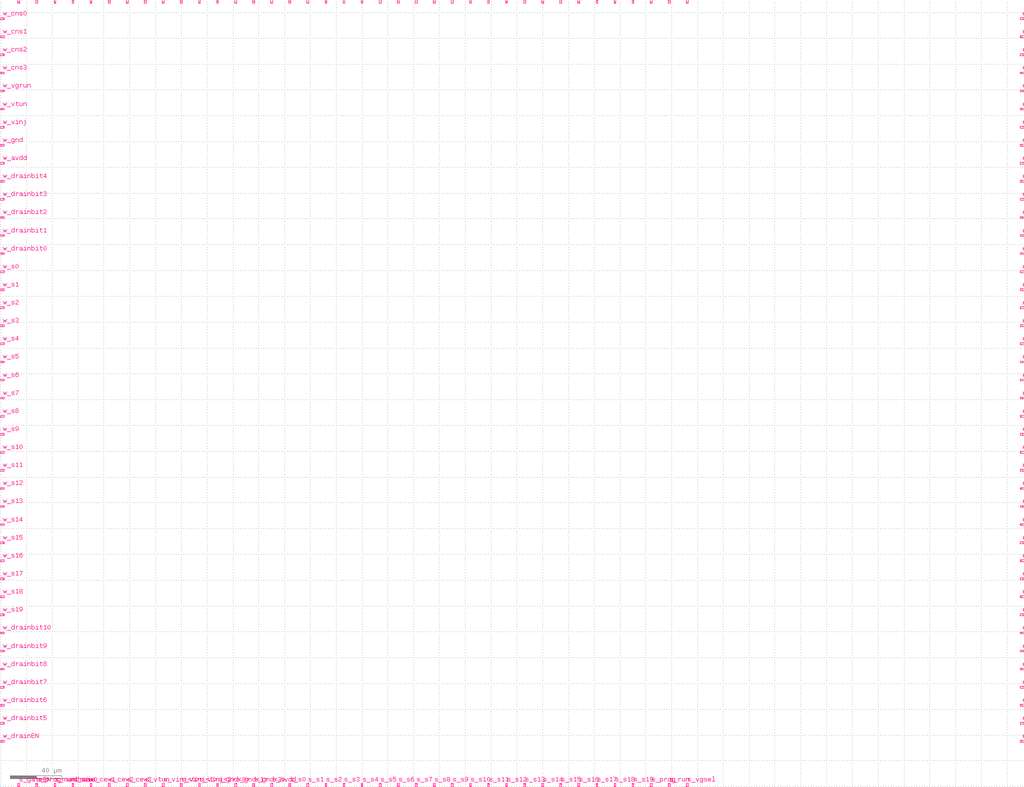
<source format=lef>
VERSION 5.5 ;
NAMESCASESENSITIVE ON ;
BUSBITCHARS "[]" ;
DIVIDERCHAR "/" ;

PROPERTYDEFINITIONS
  LAYER routingPitch REAL ;
END PROPERTYDEFINITIONS

UNITS
  DATABASE MICRONS 1000 ;
END UNITS
MANUFACTURINGGRID 0.01 ;
LAYER POLY1
  TYPE MASTERSLICE ;
END POLY1

LAYER CONT
  TYPE CUT ;
  SPACING 0.4 ;
END CONT

LAYER METAL1
  TYPE ROUTING ;
  DIRECTION HORIZONTAL ;
  PITCH 0 ;
  WIDTH 0.5 ;
  SPACING 0.45 ;
  PROPERTY routingPitch 1.25 ;
END METAL1

LAYER VIA12
  TYPE CUT ;
  SPACING 0.45 ;
END VIA12

LAYER METAL2
  TYPE ROUTING ;
  DIRECTION VERTICAL ;
  PITCH 0 ;
  WIDTH 0.6 ;
  SPACING 0.5 ;
  PROPERTY routingPitch 1.4 ;
END METAL2

LAYER VIA23
  TYPE CUT ;
  SPACING 0.45 ;
END VIA23

LAYER METAL3
  TYPE ROUTING ;
  DIRECTION HORIZONTAL ;
  PITCH 0 ;
  WIDTH 0.6 ;
  SPACING 0.5 ;
  PROPERTY routingPitch 1.25 ;
END METAL3

LAYER VIA34
  TYPE CUT ;
  SPACING 0.45 ;
END VIA34

LAYER METAL4
  TYPE ROUTING ;
  DIRECTION VERTICAL ;
  PITCH 0 ;
  WIDTH 0.6 ;
  SPACING 0.6 ;
  PROPERTY routingPitch 1.4 ;
END METAL4

LAYER OVERLAP
  TYPE OVERLAP ;
END OVERLAP

VIARULE M4_M3 GENERATE
  LAYER METAL3 ;
    ENCLOSURE 0.2 0.2 ;
  LAYER METAL4 ;
    ENCLOSURE 0.15 0.15 ;
  LAYER VIA34 ;
    RECT -0.25 -0.25 0.25 0.25 ;
    SPACING 1 BY 1 ;
END M4_M3

VIARULE M3_M2 GENERATE
  LAYER METAL2 ;
    ENCLOSURE 0.2 0.2 ;
  LAYER METAL3 ;
    ENCLOSURE 0.15 0.15 ;
  LAYER VIA23 ;
    RECT -0.25 -0.25 0.25 0.25 ;
    SPACING 1 BY 1 ;
END M3_M2

VIARULE M2_M1 GENERATE
  LAYER METAL1 ;
    ENCLOSURE 0.2 0.2 ;
  LAYER METAL2 ;
    ENCLOSURE 0.15 0.15 ;
  LAYER VIA12 ;
    RECT -0.25 -0.25 0.25 0.25 ;
    SPACING 1 BY 1 ;
END M2_M1

VIARULE M1_POLY1 GENERATE
  LAYER POLY1 ;
    ENCLOSURE 0.2 0.2 ;
  LAYER METAL1 ;
    ENCLOSURE 0.15 0.15 ;
  LAYER CONT ;
    RECT -0.2 -0.2 0.2 0.2 ;
    SPACING 1 BY 1 ;
END M1_POLY1

VIA M1_POLY1
  LAYER CONT ;
    RECT -0.2 -0.2 0.2 0.2 ;
  LAYER POLY1 ;
    RECT -0.4 -0.4 0.4 0.4 ;
  LAYER METAL1 ;
    RECT -0.35 -0.35 0.35 0.35 ;
END M1_POLY1

VIA M2_M1
  LAYER VIA12 ;
    RECT -0.25 -0.25 0.25 0.25 ;
  LAYER METAL2 ;
    RECT -0.4 -0.4 0.4 0.4 ;
  LAYER METAL1 ;
    RECT -0.45 -0.45 0.45 0.45 ;
END M2_M1

VIA M3_M2
  LAYER VIA23 ;
    RECT -0.25 -0.25 0.25 0.25 ;
  LAYER METAL3 ;
    RECT -0.4 -0.4 0.4 0.4 ;
  LAYER METAL2 ;
    RECT -0.45 -0.45 0.45 0.45 ;
END M3_M2

VIA M4_M3
  LAYER VIA34 ;
    RECT -0.25 -0.25 0.25 0.25 ;
  LAYER METAL4 ;
    RECT -0.4 -0.4 0.4 0.4 ;
  LAYER METAL3 ;
    RECT -0.45 -0.45 0.45 0.45 ;
END M4_M3


MACRO cab2
  PIN n_gateEN
    DIRECTION INOUT ;
    USE SIGNAL ;
    PORT
      LAYER METAL3 ;
        RECT 13.3 607.1 14.7 609.9 ;
    END
  END n_gateEN
  PIN n_programdrain
    DIRECTION INOUT ;
    USE SIGNAL ;
    PORT
      LAYER METAL3 ;
        RECT 27.3 607.1 28.7 609.9 ;
    END
  END n_programdrain
  PIN n_rundrain
    DIRECTION INOUT ;
    USE SIGNAL ;
    PORT
      LAYER METAL3 ;
        RECT 41.3 607.1 42.7 609.9 ;
    END
  END n_rundrain
  PIN n_cew0
    DIRECTION INOUT ;
    USE SIGNAL ;
    PORT
      LAYER METAL3 ;
        RECT 55.3 607.1 56.7 609.9 ;
    END
  END n_cew0
  PIN n_cew1
    DIRECTION INOUT ;
    USE SIGNAL ;
    PORT
      LAYER METAL3 ;
        RECT 69.3 607.1 70.7 609.9 ;
    END
  END n_cew1
  PIN n_cew2
    DIRECTION INOUT ;
    USE SIGNAL ;
    PORT
      LAYER METAL3 ;
        RECT 83.3 607.1 84.7 609.9 ;
    END
  END n_cew2
  PIN n_cew3
    DIRECTION INOUT ;
    USE SIGNAL ;
    PORT
      LAYER METAL3 ;
        RECT 97.3 607.1 98.7 609.9 ;
    END
  END n_cew3
  PIN n_vtun
    DIRECTION INOUT ;
    USE SIGNAL ;
    PORT
      LAYER METAL3 ;
        RECT 111.3 607.1 112.7 609.9 ;
    END
  END n_vtun
  PIN n_vinj<0>
    DIRECTION INOUT ;
    USE SIGNAL ;
    PORT
      LAYER METAL3 ;
        RECT 125.3 607.1 126.7 609.9 ;
    END
  END n_vinj<0>
  PIN n_vinj<1>
    DIRECTION INOUT ;
    USE SIGNAL ;
    PORT
      LAYER METAL3 ;
        RECT 139.3 607.1 140.7 609.9 ;
    END
  END n_vinj<1>
  PIN n_vinj<2>
    DIRECTION INOUT ;
    USE SIGNAL ;
    PORT
      LAYER METAL3 ;
        RECT 153.3 607.1 154.7 609.9 ;
    END
  END n_vinj<2>
  PIN n_gnd<0>
    DIRECTION INOUT ;
    USE SIGNAL ;
    PORT
      LAYER METAL3 ;
        RECT 167.3 607.1 168.7 609.9 ;
    END
  END n_gnd<0>
  PIN n_gnd<1>
    DIRECTION INOUT ;
    USE SIGNAL ;
    PORT
      LAYER METAL3 ;
        RECT 181.3 607.1 182.7 609.9 ;
    END
  END n_gnd<1>
  PIN n_gnd<2>
    DIRECTION INOUT ;
    USE SIGNAL ;
    PORT
      LAYER METAL3 ;
        RECT 195.3 607.1 196.7 609.9 ;
    END
  END n_gnd<2>
  PIN n_avdd
    DIRECTION INOUT ;
    USE SIGNAL ;
    PORT
      LAYER METAL3 ;
        RECT 209.3 607.1 210.7 609.9 ;
    END
  END n_avdd
  PIN n_s0
    DIRECTION INOUT ;
    USE SIGNAL ;
    PORT
      LAYER METAL3 ;
        RECT 223.3 607.1 224.7 609.9 ;
    END
  END n_s0
  PIN n_s1
    DIRECTION INOUT ;
    USE SIGNAL ;
    PORT
      LAYER METAL3 ;
        RECT 237.3 607.1 238.7 609.9 ;
    END
  END n_s1
  PIN n_s2
    DIRECTION INOUT ;
    USE SIGNAL ;
    PORT
      LAYER METAL3 ;
        RECT 251.3 607.1 252.7 609.9 ;
    END
  END n_s2
  PIN n_s3
    DIRECTION INOUT ;
    USE SIGNAL ;
    PORT
      LAYER METAL3 ;
        RECT 265.3 607.1 266.7 609.9 ;
    END
  END n_s3
  PIN n_s4
    DIRECTION INOUT ;
    USE SIGNAL ;
    PORT
      LAYER METAL3 ;
        RECT 279.3 607.1 280.7 609.9 ;
    END
  END n_s4
  PIN n_s5
    DIRECTION INOUT ;
    USE SIGNAL ;
    PORT
      LAYER METAL3 ;
        RECT 293.3 607.1 294.7 609.9 ;
    END
  END n_s5
  PIN n_s6
    DIRECTION INOUT ;
    USE SIGNAL ;
    PORT
      LAYER METAL3 ;
        RECT 307.3 607.1 308.7 609.9 ;
    END
  END n_s6
  PIN n_s7
    DIRECTION INOUT ;
    USE SIGNAL ;
    PORT
      LAYER METAL3 ;
        RECT 321.3 607.1 322.7 609.9 ;
    END
  END n_s7
  PIN n_s8
    DIRECTION INOUT ;
    USE SIGNAL ;
    PORT
      LAYER METAL3 ;
        RECT 335.3 607.1 336.7 609.9 ;
    END
  END n_s8
  PIN n_s9
    DIRECTION INOUT ;
    USE SIGNAL ;
    PORT
      LAYER METAL3 ;
        RECT 349.3 607.1 350.7 609.9 ;
    END
  END n_s9
  PIN n_s10
    DIRECTION INOUT ;
    USE SIGNAL ;
    PORT
      LAYER METAL3 ;
        RECT 363.3 607.1 364.7 609.9 ;
    END
  END n_s10
  PIN n_s11
    DIRECTION INOUT ;
    USE SIGNAL ;
    PORT
      LAYER METAL3 ;
        RECT 377.3 607.1 378.7 609.9 ;
    END
  END n_s11
  PIN n_s12
    DIRECTION INOUT ;
    USE SIGNAL ;
    PORT
      LAYER METAL3 ;
        RECT 391.3 607.1 392.7 609.9 ;
    END
  END n_s12
  PIN n_s13
    DIRECTION INOUT ;
    USE SIGNAL ;
    PORT
      LAYER METAL3 ;
        RECT 405.3 607.1 406.7 609.9 ;
    END
  END n_s13
  PIN n_s14
    DIRECTION INOUT ;
    USE SIGNAL ;
    PORT
      LAYER METAL3 ;
        RECT 419.3 607.1 420.7 609.9 ;
    END
  END n_s14
  PIN n_s15
    DIRECTION INOUT ;
    USE SIGNAL ;
    PORT
      LAYER METAL3 ;
        RECT 433.3 607.1 434.7 609.9 ;
    END
  END n_s15
  PIN n_s16
    DIRECTION INOUT ;
    USE SIGNAL ;
    PORT
      LAYER METAL3 ;
        RECT 447.3 607.1 448.7 609.9 ;
    END
  END n_s16
  PIN n_s17
    DIRECTION INOUT ;
    USE SIGNAL ;
    PORT
      LAYER METAL3 ;
        RECT 461.3 607.1 462.7 609.9 ;
    END
  END n_s17
  PIN n_s18
    DIRECTION INOUT ;
    USE SIGNAL ;
    PORT
      LAYER METAL3 ;
        RECT 475.3 607.1 476.7 609.9 ;
    END
  END n_s18
  PIN n_s19
    DIRECTION INOUT ;
    USE SIGNAL ;
    PORT
      LAYER METAL3 ;
        RECT 489.3 607.1 490.7 609.9 ;
    END
  END n_s19
  PIN n_prog
    DIRECTION INOUT ;
    USE SIGNAL ;
    PORT
      LAYER METAL3 ;
        RECT 503.3 607.1 504.7 609.9 ;
    END
  END n_prog
  PIN n_run
    DIRECTION INOUT ;
    USE SIGNAL ;
    PORT
      LAYER METAL3 ;
        RECT 517.3 607.1 518.7 609.9 ;
    END
  END n_run
  PIN n_vgsel
    DIRECTION INOUT ;
    USE SIGNAL ;
    PORT
      LAYER METAL3 ;
        RECT 531.3 607.1 532.7 609.9 ;
    END
  END n_vgsel
  PIN e_cns0
    DIRECTION INOUT ;
    USE SIGNAL ;
    PORT
      LAYER METAL3 ;
        RECT 790.27 594.5 793.07 595.9 ;
    END
  END e_cns0
  PIN e_cns1
    DIRECTION INOUT ;
    USE SIGNAL ;
    PORT
      LAYER METAL3 ;
        RECT 790.27 580.5 793.07 581.9 ;
    END
  END e_cns1
  PIN e_cns2
    DIRECTION INOUT ;
    USE SIGNAL ;
    PORT
      LAYER METAL3 ;
        RECT 790.27 566.5 793.07 567.9 ;
    END
  END e_cns2
  PIN e_cns3
    DIRECTION INOUT ;
    USE SIGNAL ;
    PORT
      LAYER METAL3 ;
        RECT 790.27 552.5 793.07 553.9 ;
    END
  END e_cns3
  PIN e_vgrun
    DIRECTION INOUT ;
    USE SIGNAL ;
    PORT
      LAYER METAL3 ;
        RECT 790.27 538.5 793.07 539.9 ;
    END
  END e_vgrun
  PIN e_vtun
    DIRECTION INOUT ;
    USE SIGNAL ;
    PORT
      LAYER METAL3 ;
        RECT 790.27 524.5 793.07 525.9 ;
    END
  END e_vtun
  PIN e_vinj
    DIRECTION INOUT ;
    USE SIGNAL ;
    PORT
      LAYER METAL3 ;
        RECT 790.27 510.5 793.07 511.9 ;
    END
  END e_vinj
  PIN e_gnd
    DIRECTION INOUT ;
    USE SIGNAL ;
    PORT
      LAYER METAL3 ;
        RECT 790.27 496.5 793.07 497.9 ;
    END
  END e_gnd
  PIN e_avdd
    DIRECTION INOUT ;
    USE SIGNAL ;
    PORT
      LAYER METAL3 ;
        RECT 790.27 482.5 793.07 483.9 ;
    END
  END e_avdd
  PIN e_drainbit4
    DIRECTION INOUT ;
    USE SIGNAL ;
    PORT
      LAYER METAL3 ;
        RECT 790.27 468.5 793.07 469.9 ;
    END
  END e_drainbit4
  PIN e_drainbit3
    DIRECTION INOUT ;
    USE SIGNAL ;
    PORT
      LAYER METAL3 ;
        RECT 790.27 454.5 793.07 455.9 ;
    END
  END e_drainbit3
  PIN e_drainbit2
    DIRECTION INOUT ;
    USE SIGNAL ;
    PORT
      LAYER METAL3 ;
        RECT 790.27 440.5 793.07 441.9 ;
    END
  END e_drainbit2
  PIN e_drainbit1
    DIRECTION INOUT ;
    USE SIGNAL ;
    PORT
      LAYER METAL3 ;
        RECT 790.27 426.5 793.07 427.9 ;
    END
  END e_drainbit1
  PIN e_drainbit0
    DIRECTION INOUT ;
    USE SIGNAL ;
    PORT
      LAYER METAL3 ;
        RECT 790.27 412.5 793.07 413.9 ;
    END
  END e_drainbit0
  PIN e_s0
    DIRECTION INOUT ;
    USE SIGNAL ;
    PORT
      LAYER METAL3 ;
        RECT 790.27 398.5 793.07 399.9 ;
    END
  END e_s0
  PIN e_s1
    DIRECTION INOUT ;
    USE SIGNAL ;
    PORT
      LAYER METAL3 ;
        RECT 790.27 384.5 793.07 385.9 ;
    END
  END e_s1
  PIN e_s2
    DIRECTION INOUT ;
    USE SIGNAL ;
    PORT
      LAYER METAL3 ;
        RECT 790.27 370.5 793.07 371.9 ;
    END
  END e_s2
  PIN e_s3
    DIRECTION INOUT ;
    USE SIGNAL ;
    PORT
      LAYER METAL3 ;
        RECT 790.27 356.5 793.07 357.9 ;
    END
  END e_s3
  PIN e_s4
    DIRECTION INOUT ;
    USE SIGNAL ;
    PORT
      LAYER METAL3 ;
        RECT 790.27 342.5 793.07 343.9 ;
    END
  END e_s4
  PIN e_s5
    DIRECTION INOUT ;
    USE SIGNAL ;
    PORT
      LAYER METAL3 ;
        RECT 790.27 328.5 793.07 329.9 ;
    END
  END e_s5
  PIN e_s6
    DIRECTION INOUT ;
    USE SIGNAL ;
    PORT
      LAYER METAL3 ;
        RECT 790.27 314.5 793.07 315.9 ;
    END
  END e_s6
  PIN e_s7
    DIRECTION INOUT ;
    USE SIGNAL ;
    PORT
      LAYER METAL3 ;
        RECT 790.27 300.5 793.07 301.9 ;
    END
  END e_s7
  PIN e_s8
    DIRECTION INOUT ;
    USE SIGNAL ;
    PORT
      LAYER METAL3 ;
        RECT 790.27 286.5 793.07 287.9 ;
    END
  END e_s8
  PIN e_s9
    DIRECTION INOUT ;
    USE SIGNAL ;
    PORT
      LAYER METAL3 ;
        RECT 790.27 272.5 793.07 273.9 ;
    END
  END e_s9
  PIN e_s10
    DIRECTION INOUT ;
    USE SIGNAL ;
    PORT
      LAYER METAL3 ;
        RECT 790.27 258.5 793.07 259.9 ;
    END
  END e_s10
  PIN e_s11
    DIRECTION INOUT ;
    USE SIGNAL ;
    PORT
      LAYER METAL3 ;
        RECT 790.27 244.5 793.07 245.9 ;
    END
  END e_s11
  PIN e_s12
    DIRECTION INOUT ;
    USE SIGNAL ;
    PORT
      LAYER METAL3 ;
        RECT 790.27 230.5 793.07 231.9 ;
    END
  END e_s12
  PIN e_s13
    DIRECTION INOUT ;
    USE SIGNAL ;
    PORT
      LAYER METAL3 ;
        RECT 790.27 216.5 793.07 217.9 ;
    END
  END e_s13
  PIN e_s14
    DIRECTION INOUT ;
    USE SIGNAL ;
    PORT
      LAYER METAL3 ;
        RECT 790.27 202.5 793.07 203.9 ;
    END
  END e_s14
  PIN e_s15
    DIRECTION INOUT ;
    USE SIGNAL ;
    PORT
      LAYER METAL3 ;
        RECT 790.27 188.5 793.07 189.9 ;
    END
  END e_s15
  PIN e_s16
    DIRECTION INOUT ;
    USE SIGNAL ;
    PORT
      LAYER METAL3 ;
        RECT 790.27 174.5 793.07 175.9 ;
    END
  END e_s16
  PIN e_s17
    DIRECTION INOUT ;
    USE SIGNAL ;
    PORT
      LAYER METAL3 ;
        RECT 790.27 160.5 793.07 161.9 ;
    END
  END e_s17
  PIN e_s18
    DIRECTION INOUT ;
    USE SIGNAL ;
    PORT
      LAYER METAL3 ;
        RECT 790.27 146.5 793.07 147.9 ;
    END
  END e_s18
  PIN e_s19
    DIRECTION INOUT ;
    USE SIGNAL ;
    PORT
      LAYER METAL3 ;
        RECT 790.27 132.5 793.07 133.9 ;
    END
  END e_s19
  PIN e_drainbit10
    DIRECTION INOUT ;
    USE SIGNAL ;
    PORT
      LAYER METAL3 ;
        RECT 790.27 118.5 793.07 119.9 ;
    END
  END e_drainbit10
  PIN e_drainbit9
    DIRECTION INOUT ;
    USE SIGNAL ;
    PORT
      LAYER METAL3 ;
        RECT 790.27 104.5 793.07 105.9 ;
    END
  END e_drainbit9
  PIN e_drainbit8
    DIRECTION INOUT ;
    USE SIGNAL ;
    PORT
      LAYER METAL3 ;
        RECT 790.27 90.5 793.07 91.9 ;
    END
  END e_drainbit8
  PIN e_drainbit7
    DIRECTION INOUT ;
    USE SIGNAL ;
    PORT
      LAYER METAL3 ;
        RECT 790.27 76.5 793.07 77.9 ;
    END
  END e_drainbit7
  PIN e_drainbit6
    DIRECTION INOUT ;
    USE SIGNAL ;
    PORT
      LAYER METAL3 ;
        RECT 790.27 62.5 793.07 63.9 ;
    END
  END e_drainbit6
  PIN e_drainbit5
    DIRECTION INOUT ;
    USE SIGNAL ;
    PORT
      LAYER METAL3 ;
        RECT 790.27 48.5 793.07 49.9 ;
    END
  END e_drainbit5
  PIN e_drainEN
    DIRECTION INOUT ;
    USE SIGNAL ;
    PORT
      LAYER METAL3 ;
        RECT 790.27 34.5 793.07 35.9 ;
    END
  END e_drainEN
  PIN s_gateEN
    DIRECTION INOUT ;
    USE SIGNAL ;
    PORT
      LAYER METAL3 ;
        RECT 13.3 0.0 14.7 2.8 ;
    END
  END s_gateEN
  PIN s_programdrain
    DIRECTION INOUT ;
    USE SIGNAL ;
    PORT
      LAYER METAL3 ;
        RECT 27.3 0.0 28.7 2.8 ;
    END
  END s_programdrain
  PIN s_rundrain
    DIRECTION INOUT ;
    USE SIGNAL ;
    PORT
      LAYER METAL3 ;
        RECT 41.3 0.0 42.7 2.8 ;
    END
  END s_rundrain
  PIN s_cew0
    DIRECTION INOUT ;
    USE SIGNAL ;
    PORT
      LAYER METAL3 ;
        RECT 55.3 0.0 56.7 2.8 ;
    END
  END s_cew0
  PIN s_cew1
    DIRECTION INOUT ;
    USE SIGNAL ;
    PORT
      LAYER METAL3 ;
        RECT 69.3 0.0 70.7 2.8 ;
    END
  END s_cew1
  PIN s_cew2
    DIRECTION INOUT ;
    USE SIGNAL ;
    PORT
      LAYER METAL3 ;
        RECT 83.3 0.0 84.7 2.8 ;
    END
  END s_cew2
  PIN s_cew3
    DIRECTION INOUT ;
    USE SIGNAL ;
    PORT
      LAYER METAL3 ;
        RECT 97.3 0.0 98.7 2.8 ;
    END
  END s_cew3
  PIN s_vtun
    DIRECTION INOUT ;
    USE SIGNAL ;
    PORT
      LAYER METAL3 ;
        RECT 111.3 0.0 112.7 2.8 ;
    END
  END s_vtun
  PIN s_vinj<0>
    DIRECTION INOUT ;
    USE SIGNAL ;
    PORT
      LAYER METAL3 ;
        RECT 125.3 0.0 126.7 2.8 ;
    END
  END s_vinj<0>
  PIN s_vinj<1>
    DIRECTION INOUT ;
    USE SIGNAL ;
    PORT
      LAYER METAL3 ;
        RECT 139.3 0.0 140.7 2.8 ;
    END
  END s_vinj<1>
  PIN s_vinj<2>
    DIRECTION INOUT ;
    USE SIGNAL ;
    PORT
      LAYER METAL3 ;
        RECT 153.3 0.0 154.7 2.8 ;
    END
  END s_vinj<2>
  PIN s_gnd<0>
    DIRECTION INOUT ;
    USE SIGNAL ;
    PORT
      LAYER METAL3 ;
        RECT 167.3 0.0 168.7 2.8 ;
    END
  END s_gnd<0>
  PIN s_gnd<1>
    DIRECTION INOUT ;
    USE SIGNAL ;
    PORT
      LAYER METAL3 ;
        RECT 181.3 0.0 182.7 2.8 ;
    END
  END s_gnd<1>
  PIN s_gnd<2>
    DIRECTION INOUT ;
    USE SIGNAL ;
    PORT
      LAYER METAL3 ;
        RECT 195.3 0.0 196.7 2.8 ;
    END
  END s_gnd<2>
  PIN s_avdd
    DIRECTION INOUT ;
    USE SIGNAL ;
    PORT
      LAYER METAL3 ;
        RECT 209.3 0.0 210.7 2.8 ;
    END
  END s_avdd
  PIN s_s0
    DIRECTION INOUT ;
    USE SIGNAL ;
    PORT
      LAYER METAL3 ;
        RECT 223.3 0.0 224.7 2.8 ;
    END
  END s_s0
  PIN s_s1
    DIRECTION INOUT ;
    USE SIGNAL ;
    PORT
      LAYER METAL3 ;
        RECT 237.3 0.0 238.7 2.8 ;
    END
  END s_s1
  PIN s_s2
    DIRECTION INOUT ;
    USE SIGNAL ;
    PORT
      LAYER METAL3 ;
        RECT 251.3 0.0 252.7 2.8 ;
    END
  END s_s2
  PIN s_s3
    DIRECTION INOUT ;
    USE SIGNAL ;
    PORT
      LAYER METAL3 ;
        RECT 265.3 0.0 266.7 2.8 ;
    END
  END s_s3
  PIN s_s4
    DIRECTION INOUT ;
    USE SIGNAL ;
    PORT
      LAYER METAL3 ;
        RECT 279.3 0.0 280.7 2.8 ;
    END
  END s_s4
  PIN s_s5
    DIRECTION INOUT ;
    USE SIGNAL ;
    PORT
      LAYER METAL3 ;
        RECT 293.3 0.0 294.7 2.8 ;
    END
  END s_s5
  PIN s_s6
    DIRECTION INOUT ;
    USE SIGNAL ;
    PORT
      LAYER METAL3 ;
        RECT 307.3 0.0 308.7 2.8 ;
    END
  END s_s6
  PIN s_s7
    DIRECTION INOUT ;
    USE SIGNAL ;
    PORT
      LAYER METAL3 ;
        RECT 321.3 0.0 322.7 2.8 ;
    END
  END s_s7
  PIN s_s8
    DIRECTION INOUT ;
    USE SIGNAL ;
    PORT
      LAYER METAL3 ;
        RECT 335.3 0.0 336.7 2.8 ;
    END
  END s_s8
  PIN s_s9
    DIRECTION INOUT ;
    USE SIGNAL ;
    PORT
      LAYER METAL3 ;
        RECT 349.3 0.0 350.7 2.8 ;
    END
  END s_s9
  PIN s_s10
    DIRECTION INOUT ;
    USE SIGNAL ;
    PORT
      LAYER METAL3 ;
        RECT 363.3 0.0 364.7 2.8 ;
    END
  END s_s10
  PIN s_s11
    DIRECTION INOUT ;
    USE SIGNAL ;
    PORT
      LAYER METAL3 ;
        RECT 377.3 0.0 378.7 2.8 ;
    END
  END s_s11
  PIN s_s12
    DIRECTION INOUT ;
    USE SIGNAL ;
    PORT
      LAYER METAL3 ;
        RECT 391.3 0.0 392.7 2.8 ;
    END
  END s_s12
  PIN s_s13
    DIRECTION INOUT ;
    USE SIGNAL ;
    PORT
      LAYER METAL3 ;
        RECT 405.3 0.0 406.7 2.8 ;
    END
  END s_s13
  PIN s_s14
    DIRECTION INOUT ;
    USE SIGNAL ;
    PORT
      LAYER METAL3 ;
        RECT 419.3 0.0 420.7 2.8 ;
    END
  END s_s14
  PIN s_s15
    DIRECTION INOUT ;
    USE SIGNAL ;
    PORT
      LAYER METAL3 ;
        RECT 433.3 0.0 434.7 2.8 ;
    END
  END s_s15
  PIN s_s16
    DIRECTION INOUT ;
    USE SIGNAL ;
    PORT
      LAYER METAL3 ;
        RECT 447.3 0.0 448.7 2.8 ;
    END
  END s_s16
  PIN s_s17
    DIRECTION INOUT ;
    USE SIGNAL ;
    PORT
      LAYER METAL3 ;
        RECT 461.3 0.0 462.7 2.8 ;
    END
  END s_s17
  PIN s_s18
    DIRECTION INOUT ;
    USE SIGNAL ;
    PORT
      LAYER METAL3 ;
        RECT 475.3 0.0 476.7 2.8 ;
    END
  END s_s18
  PIN s_s19
    DIRECTION INOUT ;
    USE SIGNAL ;
    PORT
      LAYER METAL3 ;
        RECT 489.3 0.0 490.7 2.8 ;
    END
  END s_s19
  PIN s_prog
    DIRECTION INOUT ;
    USE SIGNAL ;
    PORT
      LAYER METAL3 ;
        RECT 503.3 0.0 504.7 2.8 ;
    END
  END s_prog
  PIN s_run
    DIRECTION INOUT ;
    USE SIGNAL ;
    PORT
      LAYER METAL3 ;
        RECT 517.3 0.0 518.7 2.8 ;
    END
  END s_run
  PIN s_vgsel
    DIRECTION INOUT ;
    USE SIGNAL ;
    PORT
      LAYER METAL3 ;
        RECT 531.3 0.0 532.7 2.8 ;
    END
  END s_vgsel
  PIN w_cns0
    DIRECTION INOUT ;
    USE SIGNAL ;
    PORT
      LAYER METAL3 ;
        RECT 0.0 594.5 2.8 595.9 ;
    END
  END w_cns0
  PIN w_cns1
    DIRECTION INOUT ;
    USE SIGNAL ;
    PORT
      LAYER METAL3 ;
        RECT 0.0 580.5 2.8 581.9 ;
    END
  END w_cns1
  PIN w_cns2
    DIRECTION INOUT ;
    USE SIGNAL ;
    PORT
      LAYER METAL3 ;
        RECT 0.0 566.5 2.8 567.9 ;
    END
  END w_cns2
  PIN w_cns3
    DIRECTION INOUT ;
    USE SIGNAL ;
    PORT
      LAYER METAL3 ;
        RECT 0.0 552.5 2.8 553.9 ;
    END
  END w_cns3
  PIN w_vgrun
    DIRECTION INOUT ;
    USE SIGNAL ;
    PORT
      LAYER METAL3 ;
        RECT 0.0 538.5 2.8 539.9 ;
    END
  END w_vgrun
  PIN w_vtun
    DIRECTION INOUT ;
    USE SIGNAL ;
    PORT
      LAYER METAL3 ;
        RECT 0.0 524.5 2.8 525.9 ;
    END
  END w_vtun
  PIN w_vinj
    DIRECTION INOUT ;
    USE SIGNAL ;
    PORT
      LAYER METAL3 ;
        RECT 0.0 510.5 2.8 511.9 ;
    END
  END w_vinj
  PIN w_gnd
    DIRECTION INOUT ;
    USE SIGNAL ;
    PORT
      LAYER METAL3 ;
        RECT 0.0 496.5 2.8 497.9 ;
    END
  END w_gnd
  PIN w_avdd
    DIRECTION INOUT ;
    USE SIGNAL ;
    PORT
      LAYER METAL3 ;
        RECT 0.0 482.5 2.8 483.9 ;
    END
  END w_avdd
  PIN w_drainbit4
    DIRECTION INOUT ;
    USE SIGNAL ;
    PORT
      LAYER METAL3 ;
        RECT 0.0 468.5 2.8 469.9 ;
    END
  END w_drainbit4
  PIN w_drainbit3
    DIRECTION INOUT ;
    USE SIGNAL ;
    PORT
      LAYER METAL3 ;
        RECT 0.0 454.5 2.8 455.9 ;
    END
  END w_drainbit3
  PIN w_drainbit2
    DIRECTION INOUT ;
    USE SIGNAL ;
    PORT
      LAYER METAL3 ;
        RECT 0.0 440.5 2.8 441.9 ;
    END
  END w_drainbit2
  PIN w_drainbit1
    DIRECTION INOUT ;
    USE SIGNAL ;
    PORT
      LAYER METAL3 ;
        RECT 0.0 426.5 2.8 427.9 ;
    END
  END w_drainbit1
  PIN w_drainbit0
    DIRECTION INOUT ;
    USE SIGNAL ;
    PORT
      LAYER METAL3 ;
        RECT 0.0 412.5 2.8 413.9 ;
    END
  END w_drainbit0
  PIN w_s0
    DIRECTION INOUT ;
    USE SIGNAL ;
    PORT
      LAYER METAL3 ;
        RECT 0.0 398.5 2.8 399.9 ;
    END
  END w_s0
  PIN w_s1
    DIRECTION INOUT ;
    USE SIGNAL ;
    PORT
      LAYER METAL3 ;
        RECT 0.0 384.5 2.8 385.9 ;
    END
  END w_s1
  PIN w_s2
    DIRECTION INOUT ;
    USE SIGNAL ;
    PORT
      LAYER METAL3 ;
        RECT 0.0 370.5 2.8 371.9 ;
    END
  END w_s2
  PIN w_s3
    DIRECTION INOUT ;
    USE SIGNAL ;
    PORT
      LAYER METAL3 ;
        RECT 0.0 356.5 2.8 357.9 ;
    END
  END w_s3
  PIN w_s4
    DIRECTION INOUT ;
    USE SIGNAL ;
    PORT
      LAYER METAL3 ;
        RECT 0.0 342.5 2.8 343.9 ;
    END
  END w_s4
  PIN w_s5
    DIRECTION INOUT ;
    USE SIGNAL ;
    PORT
      LAYER METAL3 ;
        RECT 0.0 328.5 2.8 329.9 ;
    END
  END w_s5
  PIN w_s6
    DIRECTION INOUT ;
    USE SIGNAL ;
    PORT
      LAYER METAL3 ;
        RECT 0.0 314.5 2.8 315.9 ;
    END
  END w_s6
  PIN w_s7
    DIRECTION INOUT ;
    USE SIGNAL ;
    PORT
      LAYER METAL3 ;
        RECT 0.0 300.5 2.8 301.9 ;
    END
  END w_s7
  PIN w_s8
    DIRECTION INOUT ;
    USE SIGNAL ;
    PORT
      LAYER METAL3 ;
        RECT 0.0 286.5 2.8 287.9 ;
    END
  END w_s8
  PIN w_s9
    DIRECTION INOUT ;
    USE SIGNAL ;
    PORT
      LAYER METAL3 ;
        RECT 0.0 272.5 2.8 273.9 ;
    END
  END w_s9
  PIN w_s10
    DIRECTION INOUT ;
    USE SIGNAL ;
    PORT
      LAYER METAL3 ;
        RECT 0.0 258.5 2.8 259.9 ;
    END
  END w_s10
  PIN w_s11
    DIRECTION INOUT ;
    USE SIGNAL ;
    PORT
      LAYER METAL3 ;
        RECT 0.0 244.5 2.8 245.9 ;
    END
  END w_s11
  PIN w_s12
    DIRECTION INOUT ;
    USE SIGNAL ;
    PORT
      LAYER METAL3 ;
        RECT 0.0 230.5 2.8 231.9 ;
    END
  END w_s12
  PIN w_s13
    DIRECTION INOUT ;
    USE SIGNAL ;
    PORT
      LAYER METAL3 ;
        RECT 0.0 216.5 2.8 217.9 ;
    END
  END w_s13
  PIN w_s14
    DIRECTION INOUT ;
    USE SIGNAL ;
    PORT
      LAYER METAL3 ;
        RECT 0.0 202.5 2.8 203.9 ;
    END
  END w_s14
  PIN w_s15
    DIRECTION INOUT ;
    USE SIGNAL ;
    PORT
      LAYER METAL3 ;
        RECT 0.0 188.5 2.8 189.9 ;
    END
  END w_s15
  PIN w_s16
    DIRECTION INOUT ;
    USE SIGNAL ;
    PORT
      LAYER METAL3 ;
        RECT 0.0 174.5 2.8 175.9 ;
    END
  END w_s16
  PIN w_s17
    DIRECTION INOUT ;
    USE SIGNAL ;
    PORT
      LAYER METAL3 ;
        RECT 0.0 160.5 2.8 161.9 ;
    END
  END w_s17
  PIN w_s18
    DIRECTION INOUT ;
    USE SIGNAL ;
    PORT
      LAYER METAL3 ;
        RECT 0.0 146.5 2.8 147.9 ;
    END
  END w_s18
  PIN w_s19
    DIRECTION INOUT ;
    USE SIGNAL ;
    PORT
      LAYER METAL3 ;
        RECT 0.0 132.5 2.8 133.9 ;
    END
  END w_s19
  PIN w_drainbit10
    DIRECTION INOUT ;
    USE SIGNAL ;
    PORT
      LAYER METAL3 ;
        RECT 0.0 118.5 2.8 119.9 ;
    END
  END w_drainbit10
  PIN w_drainbit9
    DIRECTION INOUT ;
    USE SIGNAL ;
    PORT
      LAYER METAL3 ;
        RECT 0.0 104.5 2.8 105.9 ;
    END
  END w_drainbit9
  PIN w_drainbit8
    DIRECTION INOUT ;
    USE SIGNAL ;
    PORT
      LAYER METAL3 ;
        RECT 0.0 90.5 2.8 91.9 ;
    END
  END w_drainbit8
  PIN w_drainbit7
    DIRECTION INOUT ;
    USE SIGNAL ;
    PORT
      LAYER METAL3 ;
        RECT 0.0 76.5 2.8 77.9 ;
    END
  END w_drainbit7
  PIN w_drainbit6
    DIRECTION INOUT ;
    USE SIGNAL ;
    PORT
      LAYER METAL3 ;
        RECT 0.0 62.5 2.8 63.9 ;
    END
  END w_drainbit6
  PIN w_drainbit5
    DIRECTION INOUT ;
    USE SIGNAL ;
    PORT
      LAYER METAL3 ;
        RECT 0.0 48.5 2.8 49.9 ;
    END
  END w_drainbit5
  PIN w_drainEN
    DIRECTION INOUT ;
    USE SIGNAL ;
    PORT
      LAYER METAL3 ;
        RECT 0.0 34.5 2.8 35.9 ;
    END
  END w_drainEN
END cab2

MACRO cab1
  PIN n_gateEN
    DIRECTION INOUT ;
    USE SIGNAL ;
    PORT
      LAYER METAL3 ;
        RECT 13.3 607.09 14.7 609.89 ;
    END
  END n_gateEN
  PIN n_programdrain
    DIRECTION INOUT ;
    USE SIGNAL ;
    PORT
      LAYER METAL3 ;
        RECT 27.3 607.09 28.7 609.89 ;
    END
  END n_programdrain
  PIN n_rundrain
    DIRECTION INOUT ;
    USE SIGNAL ;
    PORT
      LAYER METAL3 ;
        RECT 41.3 607.09 42.7 609.89 ;
    END
  END n_rundrain
  PIN n_cew0
    DIRECTION INOUT ;
    USE SIGNAL ;
    PORT
      LAYER METAL3 ;
        RECT 55.3 607.09 56.7 609.89 ;
    END
  END n_cew0
  PIN n_cew1
    DIRECTION INOUT ;
    USE SIGNAL ;
    PORT
      LAYER METAL3 ;
        RECT 69.3 607.09 70.7 609.89 ;
    END
  END n_cew1
  PIN n_cew2
    DIRECTION INOUT ;
    USE SIGNAL ;
    PORT
      LAYER METAL3 ;
        RECT 83.3 607.09 84.7 609.89 ;
    END
  END n_cew2
  PIN n_cew3
    DIRECTION INOUT ;
    USE SIGNAL ;
    PORT
      LAYER METAL3 ;
        RECT 97.3 607.09 98.7 609.89 ;
    END
  END n_cew3
  PIN n_vtun
    DIRECTION INOUT ;
    USE SIGNAL ;
    PORT
      LAYER METAL3 ;
        RECT 111.3 607.09 112.7 609.89 ;
    END
  END n_vtun
  PIN n_vinj<0>
    DIRECTION INOUT ;
    USE SIGNAL ;
    PORT
      LAYER METAL3 ;
        RECT 125.3 607.09 126.7 609.89 ;
    END
  END n_vinj<0>
  PIN n_vinj<1>
    DIRECTION INOUT ;
    USE SIGNAL ;
    PORT
      LAYER METAL3 ;
        RECT 139.3 607.09 140.7 609.89 ;
    END
  END n_vinj<1>
  PIN n_vinj<2>
    DIRECTION INOUT ;
    USE SIGNAL ;
    PORT
      LAYER METAL3 ;
        RECT 153.3 607.09 154.7 609.89 ;
    END
  END n_vinj<2>
  PIN n_gnd<0>
    DIRECTION INOUT ;
    USE SIGNAL ;
    PORT
      LAYER METAL3 ;
        RECT 167.3 607.09 168.7 609.89 ;
    END
  END n_gnd<0>
  PIN n_gnd<1>
    DIRECTION INOUT ;
    USE SIGNAL ;
    PORT
      LAYER METAL3 ;
        RECT 181.3 607.09 182.7 609.89 ;
    END
  END n_gnd<1>
  PIN n_gnd<2>
    DIRECTION INOUT ;
    USE SIGNAL ;
    PORT
      LAYER METAL3 ;
        RECT 195.3 607.09 196.7 609.89 ;
    END
  END n_gnd<2>
  PIN n_avdd
    DIRECTION INOUT ;
    USE SIGNAL ;
    PORT
      LAYER METAL3 ;
        RECT 209.3 607.09 210.7 609.89 ;
    END
  END n_avdd
  PIN n_s0
    DIRECTION INOUT ;
    USE SIGNAL ;
    PORT
      LAYER METAL3 ;
        RECT 223.3 607.09 224.7 609.89 ;
    END
  END n_s0
  PIN n_s1
    DIRECTION INOUT ;
    USE SIGNAL ;
    PORT
      LAYER METAL3 ;
        RECT 237.3 607.09 238.7 609.89 ;
    END
  END n_s1
  PIN n_s2
    DIRECTION INOUT ;
    USE SIGNAL ;
    PORT
      LAYER METAL3 ;
        RECT 251.3 607.09 252.7 609.89 ;
    END
  END n_s2
  PIN n_s3
    DIRECTION INOUT ;
    USE SIGNAL ;
    PORT
      LAYER METAL3 ;
        RECT 265.3 607.09 266.7 609.89 ;
    END
  END n_s3
  PIN n_s4
    DIRECTION INOUT ;
    USE SIGNAL ;
    PORT
      LAYER METAL3 ;
        RECT 279.3 607.09 280.7 609.89 ;
    END
  END n_s4
  PIN n_s5
    DIRECTION INOUT ;
    USE SIGNAL ;
    PORT
      LAYER METAL3 ;
        RECT 293.3 607.09 294.7 609.89 ;
    END
  END n_s5
  PIN n_s6
    DIRECTION INOUT ;
    USE SIGNAL ;
    PORT
      LAYER METAL3 ;
        RECT 307.3 607.09 308.7 609.89 ;
    END
  END n_s6
  PIN n_s7
    DIRECTION INOUT ;
    USE SIGNAL ;
    PORT
      LAYER METAL3 ;
        RECT 321.3 607.09 322.7 609.89 ;
    END
  END n_s7
  PIN n_s8
    DIRECTION INOUT ;
    USE SIGNAL ;
    PORT
      LAYER METAL3 ;
        RECT 335.3 607.09 336.7 609.89 ;
    END
  END n_s8
  PIN n_s9
    DIRECTION INOUT ;
    USE SIGNAL ;
    PORT
      LAYER METAL3 ;
        RECT 349.3 607.09 350.7 609.89 ;
    END
  END n_s9
  PIN n_s10
    DIRECTION INOUT ;
    USE SIGNAL ;
    PORT
      LAYER METAL3 ;
        RECT 363.3 607.09 364.7 609.89 ;
    END
  END n_s10
  PIN n_s11
    DIRECTION INOUT ;
    USE SIGNAL ;
    PORT
      LAYER METAL3 ;
        RECT 377.3 607.09 378.7 609.89 ;
    END
  END n_s11
  PIN n_s12
    DIRECTION INOUT ;
    USE SIGNAL ;
    PORT
      LAYER METAL3 ;
        RECT 391.3 607.09 392.7 609.89 ;
    END
  END n_s12
  PIN n_s13
    DIRECTION INOUT ;
    USE SIGNAL ;
    PORT
      LAYER METAL3 ;
        RECT 405.3 607.09 406.7 609.89 ;
    END
  END n_s13
  PIN n_s14
    DIRECTION INOUT ;
    USE SIGNAL ;
    PORT
      LAYER METAL3 ;
        RECT 419.3 607.09 420.7 609.89 ;
    END
  END n_s14
  PIN n_s15
    DIRECTION INOUT ;
    USE SIGNAL ;
    PORT
      LAYER METAL3 ;
        RECT 433.3 607.09 434.7 609.89 ;
    END
  END n_s15
  PIN n_s16
    DIRECTION INOUT ;
    USE SIGNAL ;
    PORT
      LAYER METAL3 ;
        RECT 447.3 607.09 448.7 609.89 ;
    END
  END n_s16
  PIN n_s17
    DIRECTION INOUT ;
    USE SIGNAL ;
    PORT
      LAYER METAL3 ;
        RECT 461.3 607.09 462.7 609.89 ;
    END
  END n_s17
  PIN n_s18
    DIRECTION INOUT ;
    USE SIGNAL ;
    PORT
      LAYER METAL3 ;
        RECT 475.3 607.09 476.7 609.89 ;
    END
  END n_s18
  PIN n_s19
    DIRECTION INOUT ;
    USE SIGNAL ;
    PORT
      LAYER METAL3 ;
        RECT 489.3 607.09 490.7 609.89 ;
    END
  END n_s19
  PIN n_prog
    DIRECTION INOUT ;
    USE SIGNAL ;
    PORT
      LAYER METAL3 ;
        RECT 503.3 607.09 504.7 609.89 ;
    END
  END n_prog
  PIN n_run
    DIRECTION INOUT ;
    USE SIGNAL ;
    PORT
      LAYER METAL3 ;
        RECT 517.3 607.09 518.7 609.89 ;
    END
  END n_run
  PIN n_vgsel
    DIRECTION INOUT ;
    USE SIGNAL ;
    PORT
      LAYER METAL3 ;
        RECT 531.3 607.09 532.7 609.89 ;
    END
  END n_vgsel
  PIN e_cns0
    DIRECTION INOUT ;
    USE SIGNAL ;
    PORT
      LAYER METAL3 ;
        RECT 735.35 594.49 738.15 595.89 ;
    END
  END e_cns0
  PIN e_cns1
    DIRECTION INOUT ;
    USE SIGNAL ;
    PORT
      LAYER METAL3 ;
        RECT 735.35 580.49 738.15 581.89 ;
    END
  END e_cns1
  PIN e_cns2
    DIRECTION INOUT ;
    USE SIGNAL ;
    PORT
      LAYER METAL3 ;
        RECT 735.35 566.49 738.15 567.89 ;
    END
  END e_cns2
  PIN e_cns3
    DIRECTION INOUT ;
    USE SIGNAL ;
    PORT
      LAYER METAL3 ;
        RECT 735.35 552.49 738.15 553.89 ;
    END
  END e_cns3
  PIN e_vgrun
    DIRECTION INOUT ;
    USE SIGNAL ;
    PORT
      LAYER METAL3 ;
        RECT 735.35 538.49 738.15 539.89 ;
    END
  END e_vgrun
  PIN e_vtun
    DIRECTION INOUT ;
    USE SIGNAL ;
    PORT
      LAYER METAL3 ;
        RECT 735.35 524.49 738.15 525.89 ;
    END
  END e_vtun
  PIN e_vinj
    DIRECTION INOUT ;
    USE SIGNAL ;
    PORT
      LAYER METAL3 ;
        RECT 735.35 510.49 738.15 511.89 ;
    END
  END e_vinj
  PIN e_gnd
    DIRECTION INOUT ;
    USE SIGNAL ;
    PORT
      LAYER METAL3 ;
        RECT 735.35 496.49 738.15 497.89 ;
    END
  END e_gnd
  PIN e_avdd
    DIRECTION INOUT ;
    USE SIGNAL ;
    PORT
      LAYER METAL3 ;
        RECT 735.35 482.49 738.15 483.89 ;
    END
  END e_avdd
  PIN e_drainbit4
    DIRECTION INOUT ;
    USE SIGNAL ;
    PORT
      LAYER METAL3 ;
        RECT 735.35 468.49 738.15 469.89 ;
    END
  END e_drainbit4
  PIN e_drainbit3
    DIRECTION INOUT ;
    USE SIGNAL ;
    PORT
      LAYER METAL3 ;
        RECT 735.35 454.49 738.15 455.89 ;
    END
  END e_drainbit3
  PIN e_drainbit2
    DIRECTION INOUT ;
    USE SIGNAL ;
    PORT
      LAYER METAL3 ;
        RECT 735.35 440.49 738.15 441.89 ;
    END
  END e_drainbit2
  PIN e_drainbit1
    DIRECTION INOUT ;
    USE SIGNAL ;
    PORT
      LAYER METAL3 ;
        RECT 735.35 426.49 738.15 427.89 ;
    END
  END e_drainbit1
  PIN e_drainbit0
    DIRECTION INOUT ;
    USE SIGNAL ;
    PORT
      LAYER METAL3 ;
        RECT 735.35 412.49 738.15 413.89 ;
    END
  END e_drainbit0
  PIN e_s0
    DIRECTION INOUT ;
    USE SIGNAL ;
    PORT
      LAYER METAL3 ;
        RECT 735.35 398.49 738.15 399.89 ;
    END
  END e_s0
  PIN e_s1
    DIRECTION INOUT ;
    USE SIGNAL ;
    PORT
      LAYER METAL3 ;
        RECT 735.35 384.49 738.15 385.89 ;
    END
  END e_s1
  PIN e_s2
    DIRECTION INOUT ;
    USE SIGNAL ;
    PORT
      LAYER METAL3 ;
        RECT 735.35 370.49 738.15 371.89 ;
    END
  END e_s2
  PIN e_s3
    DIRECTION INOUT ;
    USE SIGNAL ;
    PORT
      LAYER METAL3 ;
        RECT 735.35 356.49 738.15 357.89 ;
    END
  END e_s3
  PIN e_s4
    DIRECTION INOUT ;
    USE SIGNAL ;
    PORT
      LAYER METAL3 ;
        RECT 735.35 342.49 738.15 343.89 ;
    END
  END e_s4
  PIN e_s5
    DIRECTION INOUT ;
    USE SIGNAL ;
    PORT
      LAYER METAL3 ;
        RECT 735.35 328.49 738.15 329.89 ;
    END
  END e_s5
  PIN e_s6
    DIRECTION INOUT ;
    USE SIGNAL ;
    PORT
      LAYER METAL3 ;
        RECT 735.35 314.49 738.15 315.89 ;
    END
  END e_s6
  PIN e_s7
    DIRECTION INOUT ;
    USE SIGNAL ;
    PORT
      LAYER METAL3 ;
        RECT 735.35 300.49 738.15 301.89 ;
    END
  END e_s7
  PIN e_s8
    DIRECTION INOUT ;
    USE SIGNAL ;
    PORT
      LAYER METAL3 ;
        RECT 735.35 286.49 738.15 287.89 ;
    END
  END e_s8
  PIN e_s9
    DIRECTION INOUT ;
    USE SIGNAL ;
    PORT
      LAYER METAL3 ;
        RECT 735.35 272.49 738.15 273.89 ;
    END
  END e_s9
  PIN e_s10
    DIRECTION INOUT ;
    USE SIGNAL ;
    PORT
      LAYER METAL3 ;
        RECT 735.35 258.49 738.15 259.89 ;
    END
  END e_s10
  PIN e_s11
    DIRECTION INOUT ;
    USE SIGNAL ;
    PORT
      LAYER METAL3 ;
        RECT 735.35 244.49 738.15 245.89 ;
    END
  END e_s11
  PIN e_s12
    DIRECTION INOUT ;
    USE SIGNAL ;
    PORT
      LAYER METAL3 ;
        RECT 735.35 230.49 738.15 231.89 ;
    END
  END e_s12
  PIN e_s13
    DIRECTION INOUT ;
    USE SIGNAL ;
    PORT
      LAYER METAL3 ;
        RECT 735.35 216.49 738.15 217.89 ;
    END
  END e_s13
  PIN e_s14
    DIRECTION INOUT ;
    USE SIGNAL ;
    PORT
      LAYER METAL3 ;
        RECT 735.35 202.49 738.15 203.89 ;
    END
  END e_s14
  PIN e_s15
    DIRECTION INOUT ;
    USE SIGNAL ;
    PORT
      LAYER METAL3 ;
        RECT 735.35 188.49 738.15 189.89 ;
    END
  END e_s15
  PIN e_s16
    DIRECTION INOUT ;
    USE SIGNAL ;
    PORT
      LAYER METAL3 ;
        RECT 735.35 174.49 738.15 175.89 ;
    END
  END e_s16
  PIN e_s17
    DIRECTION INOUT ;
    USE SIGNAL ;
    PORT
      LAYER METAL3 ;
        RECT 735.35 160.49 738.15 161.89 ;
    END
  END e_s17
  PIN e_s18
    DIRECTION INOUT ;
    USE SIGNAL ;
    PORT
      LAYER METAL3 ;
        RECT 735.35 146.49 738.15 147.89 ;
    END
  END e_s18
  PIN e_s19
    DIRECTION INOUT ;
    USE SIGNAL ;
    PORT
      LAYER METAL3 ;
        RECT 735.35 132.49 738.15 133.89 ;
    END
  END e_s19
  PIN e_drainbit9
    DIRECTION INOUT ;
    USE SIGNAL ;
    PORT
      LAYER METAL3 ;
        RECT 735.35 118.49 738.15 119.89 ;
    END
  END e_drainbit9
  PIN e_drainbit8
    DIRECTION INOUT ;
    USE SIGNAL ;
    PORT
      LAYER METAL3 ;
        RECT 735.35 104.49 738.15 105.89 ;
    END
  END e_drainbit8
  PIN e_drainbit7
    DIRECTION INOUT ;
    USE SIGNAL ;
    PORT
      LAYER METAL3 ;
        RECT 735.35 90.49 738.15 91.89 ;
    END
  END e_drainbit7
  PIN e_drainbit6
    DIRECTION INOUT ;
    USE SIGNAL ;
    PORT
      LAYER METAL3 ;
        RECT 735.35 76.49 738.15 77.89 ;
    END
  END e_drainbit6
  PIN e_drainbit5
    DIRECTION INOUT ;
    USE SIGNAL ;
    PORT
      LAYER METAL3 ;
        RECT 735.35 62.49 738.15 63.89 ;
    END
  END e_drainbit5
  PIN e_drainEN
    DIRECTION INOUT ;
    USE SIGNAL ;
    PORT
      LAYER METAL3 ;
        RECT 735.35 48.49 738.15 49.89 ;
    END
  END e_drainEN
  PIN s_gateEN
    DIRECTION INOUT ;
    USE SIGNAL ;
    PORT
      LAYER METAL3 ;
        RECT 13.3 0.0 14.7 2.8 ;
    END
  END s_gateEN
  PIN s_programdrain
    DIRECTION INOUT ;
    USE SIGNAL ;
    PORT
      LAYER METAL3 ;
        RECT 27.3 0.0 28.7 2.8 ;
    END
  END s_programdrain
  PIN s_rundrain
    DIRECTION INOUT ;
    USE SIGNAL ;
    PORT
      LAYER METAL3 ;
        RECT 41.3 0.0 42.7 2.8 ;
    END
  END s_rundrain
  PIN s_cew0
    DIRECTION INOUT ;
    USE SIGNAL ;
    PORT
      LAYER METAL3 ;
        RECT 55.3 0.0 56.7 2.8 ;
    END
  END s_cew0
  PIN s_cew1
    DIRECTION INOUT ;
    USE SIGNAL ;
    PORT
      LAYER METAL3 ;
        RECT 69.3 0.0 70.7 2.8 ;
    END
  END s_cew1
  PIN s_cew2
    DIRECTION INOUT ;
    USE SIGNAL ;
    PORT
      LAYER METAL3 ;
        RECT 83.3 0.0 84.7 2.8 ;
    END
  END s_cew2
  PIN s_cew3
    DIRECTION INOUT ;
    USE SIGNAL ;
    PORT
      LAYER METAL3 ;
        RECT 97.3 0.0 98.7 2.8 ;
    END
  END s_cew3
  PIN s_vtun
    DIRECTION INOUT ;
    USE SIGNAL ;
    PORT
      LAYER METAL3 ;
        RECT 111.3 0.0 112.7 2.8 ;
    END
  END s_vtun
  PIN s_vinj<0>
    DIRECTION INOUT ;
    USE SIGNAL ;
    PORT
      LAYER METAL3 ;
        RECT 125.3 0.0 126.7 2.8 ;
    END
  END s_vinj<0>
  PIN s_vinj<1>
    DIRECTION INOUT ;
    USE SIGNAL ;
    PORT
      LAYER METAL3 ;
        RECT 139.3 0.0 140.7 2.8 ;
    END
  END s_vinj<1>
  PIN s_vinj<2>
    DIRECTION INOUT ;
    USE SIGNAL ;
    PORT
      LAYER METAL3 ;
        RECT 153.3 0.0 154.7 2.8 ;
    END
  END s_vinj<2>
  PIN s_gnd<0>
    DIRECTION INOUT ;
    USE SIGNAL ;
    PORT
      LAYER METAL3 ;
        RECT 167.3 0.0 168.7 2.8 ;
    END
  END s_gnd<0>
  PIN s_gnd<1>
    DIRECTION INOUT ;
    USE SIGNAL ;
    PORT
      LAYER METAL3 ;
        RECT 181.3 0.0 182.7 2.8 ;
    END
  END s_gnd<1>
  PIN s_gnd<2>
    DIRECTION INOUT ;
    USE SIGNAL ;
    PORT
      LAYER METAL3 ;
        RECT 195.3 0.0 196.7 2.8 ;
    END
  END s_gnd<2>
  PIN s_avdd
    DIRECTION INOUT ;
    USE SIGNAL ;
    PORT
      LAYER METAL3 ;
        RECT 209.3 0.0 210.7 2.8 ;
    END
  END s_avdd
  PIN s_s0
    DIRECTION INOUT ;
    USE SIGNAL ;
    PORT
      LAYER METAL3 ;
        RECT 223.3 0.0 224.7 2.8 ;
    END
  END s_s0
  PIN s_s1
    DIRECTION INOUT ;
    USE SIGNAL ;
    PORT
      LAYER METAL3 ;
        RECT 237.3 0.0 238.7 2.8 ;
    END
  END s_s1
  PIN s_s2
    DIRECTION INOUT ;
    USE SIGNAL ;
    PORT
      LAYER METAL3 ;
        RECT 251.3 0.0 252.7 2.8 ;
    END
  END s_s2
  PIN s_s3
    DIRECTION INOUT ;
    USE SIGNAL ;
    PORT
      LAYER METAL3 ;
        RECT 265.3 0.0 266.7 2.8 ;
    END
  END s_s3
  PIN s_s4
    DIRECTION INOUT ;
    USE SIGNAL ;
    PORT
      LAYER METAL3 ;
        RECT 279.3 0.0 280.7 2.8 ;
    END
  END s_s4
  PIN s_s5
    DIRECTION INOUT ;
    USE SIGNAL ;
    PORT
      LAYER METAL3 ;
        RECT 293.3 0.0 294.7 2.8 ;
    END
  END s_s5
  PIN s_s6
    DIRECTION INOUT ;
    USE SIGNAL ;
    PORT
      LAYER METAL3 ;
        RECT 307.3 0.0 308.7 2.8 ;
    END
  END s_s6
  PIN s_s7
    DIRECTION INOUT ;
    USE SIGNAL ;
    PORT
      LAYER METAL3 ;
        RECT 321.3 0.0 322.7 2.8 ;
    END
  END s_s7
  PIN s_s8
    DIRECTION INOUT ;
    USE SIGNAL ;
    PORT
      LAYER METAL3 ;
        RECT 335.3 0.0 336.7 2.8 ;
    END
  END s_s8
  PIN s_s9
    DIRECTION INOUT ;
    USE SIGNAL ;
    PORT
      LAYER METAL3 ;
        RECT 349.3 0.0 350.7 2.8 ;
    END
  END s_s9
  PIN s_s10
    DIRECTION INOUT ;
    USE SIGNAL ;
    PORT
      LAYER METAL3 ;
        RECT 363.3 0.0 364.7 2.8 ;
    END
  END s_s10
  PIN s_s11
    DIRECTION INOUT ;
    USE SIGNAL ;
    PORT
      LAYER METAL3 ;
        RECT 377.3 0.0 378.7 2.8 ;
    END
  END s_s11
  PIN s_s12
    DIRECTION INOUT ;
    USE SIGNAL ;
    PORT
      LAYER METAL3 ;
        RECT 391.3 0.0 392.7 2.8 ;
    END
  END s_s12
  PIN s_s13
    DIRECTION INOUT ;
    USE SIGNAL ;
    PORT
      LAYER METAL3 ;
        RECT 405.3 0.0 406.7 2.8 ;
    END
  END s_s13
  PIN s_s14
    DIRECTION INOUT ;
    USE SIGNAL ;
    PORT
      LAYER METAL3 ;
        RECT 419.3 0.0 420.7 2.8 ;
    END
  END s_s14
  PIN s_s15
    DIRECTION INOUT ;
    USE SIGNAL ;
    PORT
      LAYER METAL3 ;
        RECT 433.3 0.0 434.7 2.8 ;
    END
  END s_s15
  PIN s_s16
    DIRECTION INOUT ;
    USE SIGNAL ;
    PORT
      LAYER METAL3 ;
        RECT 447.3 0.0 448.7 2.8 ;
    END
  END s_s16
  PIN s_s17
    DIRECTION INOUT ;
    USE SIGNAL ;
    PORT
      LAYER METAL3 ;
        RECT 461.3 0.0 462.7 2.8 ;
    END
  END s_s17
  PIN s_s18
    DIRECTION INOUT ;
    USE SIGNAL ;
    PORT
      LAYER METAL3 ;
        RECT 475.3 0.0 476.7 2.8 ;
    END
  END s_s18
  PIN s_s19
    DIRECTION INOUT ;
    USE SIGNAL ;
    PORT
      LAYER METAL3 ;
        RECT 489.3 0.0 490.7 2.8 ;
    END
  END s_s19
  PIN s_prog
    DIRECTION INOUT ;
    USE SIGNAL ;
    PORT
      LAYER METAL3 ;
        RECT 503.3 0.0 504.7 2.8 ;
    END
  END s_prog
  PIN s_run
    DIRECTION INOUT ;
    USE SIGNAL ;
    PORT
      LAYER METAL3 ;
        RECT 517.3 0.0 518.7 2.8 ;
    END
  END s_run
  PIN s_vgsel
    DIRECTION INOUT ;
    USE SIGNAL ;
    PORT
      LAYER METAL3 ;
        RECT 531.3 0.0 532.7 2.8 ;
    END
  END s_vgsel
  PIN w_cns0
    DIRECTION INOUT ;
    USE SIGNAL ;
    PORT
      LAYER METAL3 ;
        RECT 0.0 594.49 2.8 595.89 ;
    END
  END w_cns0
  PIN w_cns1
    DIRECTION INOUT ;
    USE SIGNAL ;
    PORT
      LAYER METAL3 ;
        RECT 0.0 580.49 2.8 581.89 ;
    END
  END w_cns1
  PIN w_cns2
    DIRECTION INOUT ;
    USE SIGNAL ;
    PORT
      LAYER METAL3 ;
        RECT 0.0 566.49 2.8 567.89 ;
    END
  END w_cns2
  PIN w_cns3
    DIRECTION INOUT ;
    USE SIGNAL ;
    PORT
      LAYER METAL3 ;
        RECT 0.0 552.49 2.8 553.89 ;
    END
  END w_cns3
  PIN w_vgrun
    DIRECTION INOUT ;
    USE SIGNAL ;
    PORT
      LAYER METAL3 ;
        RECT 0.0 538.49 2.8 539.89 ;
    END
  END w_vgrun
  PIN w_vtun
    DIRECTION INOUT ;
    USE SIGNAL ;
    PORT
      LAYER METAL3 ;
        RECT 0.0 524.49 2.8 525.89 ;
    END
  END w_vtun
  PIN w_vinj
    DIRECTION INOUT ;
    USE SIGNAL ;
    PORT
      LAYER METAL3 ;
        RECT 0.0 510.49 2.8 511.89 ;
    END
  END w_vinj
  PIN w_gnd
    DIRECTION INOUT ;
    USE SIGNAL ;
    PORT
      LAYER METAL3 ;
        RECT 0.0 496.49 2.8 497.89 ;
    END
  END w_gnd
  PIN w_avdd
    DIRECTION INOUT ;
    USE SIGNAL ;
    PORT
      LAYER METAL3 ;
        RECT 0.0 482.49 2.8 483.89 ;
    END
  END w_avdd
  PIN w_drainbit4
    DIRECTION INOUT ;
    USE SIGNAL ;
    PORT
      LAYER METAL3 ;
        RECT 0.0 468.49 2.8 469.89 ;
    END
  END w_drainbit4
  PIN w_drainbit3
    DIRECTION INOUT ;
    USE SIGNAL ;
    PORT
      LAYER METAL3 ;
        RECT 0.0 454.49 2.8 455.89 ;
    END
  END w_drainbit3
  PIN w_drainbit2
    DIRECTION INOUT ;
    USE SIGNAL ;
    PORT
      LAYER METAL3 ;
        RECT 0.0 440.49 2.8 441.89 ;
    END
  END w_drainbit2
  PIN w_drainbit1
    DIRECTION INOUT ;
    USE SIGNAL ;
    PORT
      LAYER METAL3 ;
        RECT 0.0 426.49 2.8 427.89 ;
    END
  END w_drainbit1
  PIN w_drainbit0
    DIRECTION INOUT ;
    USE SIGNAL ;
    PORT
      LAYER METAL3 ;
        RECT 0.0 412.49 2.8 413.89 ;
    END
  END w_drainbit0
  PIN w_s0
    DIRECTION INOUT ;
    USE SIGNAL ;
    PORT
      LAYER METAL3 ;
        RECT 0.0 398.49 2.8 399.89 ;
    END
  END w_s0
  PIN w_s1
    DIRECTION INOUT ;
    USE SIGNAL ;
    PORT
      LAYER METAL3 ;
        RECT 0.0 384.49 2.8 385.89 ;
    END
  END w_s1
  PIN w_s2
    DIRECTION INOUT ;
    USE SIGNAL ;
    PORT
      LAYER METAL3 ;
        RECT 0.0 370.49 2.8 371.89 ;
    END
  END w_s2
  PIN w_s3
    DIRECTION INOUT ;
    USE SIGNAL ;
    PORT
      LAYER METAL3 ;
        RECT 0.0 356.49 2.8 357.89 ;
    END
  END w_s3
  PIN w_s4
    DIRECTION INOUT ;
    USE SIGNAL ;
    PORT
      LAYER METAL3 ;
        RECT 0.0 342.49 2.8 343.89 ;
    END
  END w_s4
  PIN w_s5
    DIRECTION INOUT ;
    USE SIGNAL ;
    PORT
      LAYER METAL3 ;
        RECT 0.0 328.49 2.8 329.89 ;
    END
  END w_s5
  PIN w_s6
    DIRECTION INOUT ;
    USE SIGNAL ;
    PORT
      LAYER METAL3 ;
        RECT 0.0 314.49 2.8 315.89 ;
    END
  END w_s6
  PIN w_s7
    DIRECTION INOUT ;
    USE SIGNAL ;
    PORT
      LAYER METAL3 ;
        RECT 0.0 300.49 2.8 301.89 ;
    END
  END w_s7
  PIN w_s8
    DIRECTION INOUT ;
    USE SIGNAL ;
    PORT
      LAYER METAL3 ;
        RECT 0.0 286.49 2.8 287.89 ;
    END
  END w_s8
  PIN w_s9
    DIRECTION INOUT ;
    USE SIGNAL ;
    PORT
      LAYER METAL3 ;
        RECT 0.0 272.49 2.8 273.89 ;
    END
  END w_s9
  PIN w_s10
    DIRECTION INOUT ;
    USE SIGNAL ;
    PORT
      LAYER METAL3 ;
        RECT 0.0 258.49 2.8 259.89 ;
    END
  END w_s10
  PIN w_s11
    DIRECTION INOUT ;
    USE SIGNAL ;
    PORT
      LAYER METAL3 ;
        RECT 0.0 244.49 2.8 245.89 ;
    END
  END w_s11
  PIN w_s12
    DIRECTION INOUT ;
    USE SIGNAL ;
    PORT
      LAYER METAL3 ;
        RECT 0.0 230.49 2.8 231.89 ;
    END
  END w_s12
  PIN w_s13
    DIRECTION INOUT ;
    USE SIGNAL ;
    PORT
      LAYER METAL3 ;
        RECT 0.0 216.49 2.8 217.89 ;
    END
  END w_s13
  PIN w_s14
    DIRECTION INOUT ;
    USE SIGNAL ;
    PORT
      LAYER METAL3 ;
        RECT 0.0 202.49 2.8 203.89 ;
    END
  END w_s14
  PIN w_s15
    DIRECTION INOUT ;
    USE SIGNAL ;
    PORT
      LAYER METAL3 ;
        RECT 0.0 188.49 2.8 189.89 ;
    END
  END w_s15
  PIN w_s16
    DIRECTION INOUT ;
    USE SIGNAL ;
    PORT
      LAYER METAL3 ;
        RECT 0.0 174.49 2.8 175.89 ;
    END
  END w_s16
  PIN w_s17
    DIRECTION INOUT ;
    USE SIGNAL ;
    PORT
      LAYER METAL3 ;
        RECT 0.0 160.49 2.8 161.89 ;
    END
  END w_s17
  PIN w_s18
    DIRECTION INOUT ;
    USE SIGNAL ;
    PORT
      LAYER METAL3 ;
        RECT 0.0 146.49 2.8 147.89 ;
    END
  END w_s18
  PIN w_s19
    DIRECTION INOUT ;
    USE SIGNAL ;
    PORT
      LAYER METAL3 ;
        RECT 0.0 132.49 2.8 133.89 ;
    END
  END w_s19
  PIN w_drainbit9
    DIRECTION INOUT ;
    USE SIGNAL ;
    PORT
      LAYER METAL3 ;
        RECT 0.0 118.49 2.8 119.89 ;
    END
  END w_drainbit9
  PIN w_drainbit8
    DIRECTION INOUT ;
    USE SIGNAL ;
    PORT
      LAYER METAL3 ;
        RECT 0.0 104.49 2.8 105.89 ;
    END
  END w_drainbit8
  PIN w_drainbit7
    DIRECTION INOUT ;
    USE SIGNAL ;
    PORT
      LAYER METAL3 ;
        RECT 0.0 90.49 2.8 91.89 ;
    END
  END w_drainbit7
  PIN w_drainbit6
    DIRECTION INOUT ;
    USE SIGNAL ;
    PORT
      LAYER METAL3 ;
        RECT 0.0 76.49 2.8 77.89 ;
    END
  END w_drainbit6
  PIN w_drainbit5
    DIRECTION INOUT ;
    USE SIGNAL ;
    PORT
      LAYER METAL3 ;
        RECT 0.0 62.49 2.8 63.89 ;
    END
  END w_drainbit5
  PIN w_drainEN
    DIRECTION INOUT ;
    USE SIGNAL ;
    PORT
      LAYER METAL3 ;
        RECT 0.0 48.49 2.8 49.89 ;
    END
  END w_drainEN
END cab1

END LIBRARY
</source>
